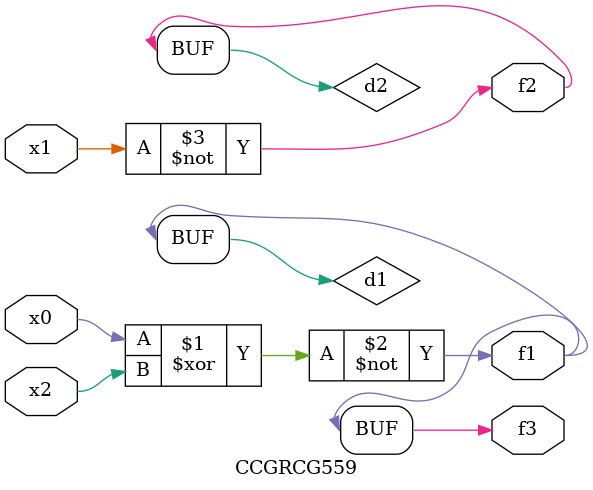
<source format=v>
module CCGRCG559(
	input x0, x1, x2,
	output f1, f2, f3
);

	wire d1, d2, d3;

	xnor (d1, x0, x2);
	nand (d2, x1);
	nor (d3, x1, x2);
	assign f1 = d1;
	assign f2 = d2;
	assign f3 = d1;
endmodule

</source>
